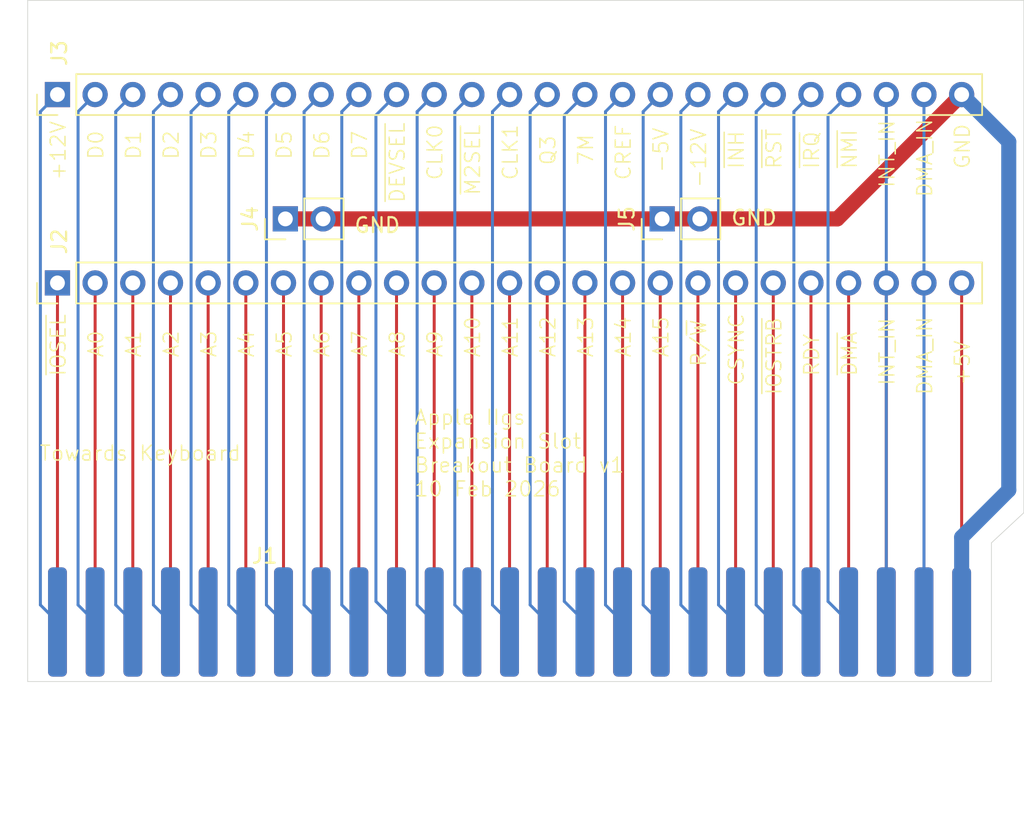
<source format=kicad_pcb>
(kicad_pcb (version 20241229) (generator "pcbnew") (generator_version "9.0")
  (layers (0 "F.Cu" signal) (2 "B.Cu" signal) (13 "F.Paste" user) (15 "B.Paste" user) (5 "F.SilkS" user "F.Silkscreen") (7 "B.SilkS" user "B.Silkscreen") (1 "F.Mask" user) (3 "B.Mask" user) (25 "Edge.Cuts" user))
  (net 0 "")
  (net 1 "/A0")
  (net 2 "/CLK0")
  (net 3 "/-5V")
  (net 4 "/A2")
  (net 5 "/INT_IN")
  (net 6 "/CREF")
  (net 7 "/A9")
  (net 8 "/7M")
  (net 9 "/DMA_IN")
  (net 10 "GND")
  (net 11 "/~{M2SEL}")
  (net 12 "/+12V")
  (net 13 "/~{IOSEL}")
  (net 14 "/A5")
  (net 15 "/R{slash}~{W}")
  (net 16 "/A8")
  (net 17 "/~{DMA}")
  (net 18 "/A6")
  (net 19 "/A12")
  (net 20 "/D4")
  (net 21 "/D5")
  (net 22 "/D2")
  (net 23 "/D1")
  (net 24 "/D0")
  (net 25 "/A11")
  (net 26 "/+5V")
  (net 27 "/A4")
  (net 28 "/D7")
  (net 29 "/-12V")
  (net 30 "/CLK1")
  (net 31 "/~{IOSTRB}")
  (net 32 "/A15")
  (net 33 "/A1")
  (net 34 "/A3")
  (net 35 "/A13")
  (net 36 "/~{DEVSEL}")
  (net 37 "/~{NMI}")
  (net 38 "/A14")
  (net 39 "/RDY")
  (net 40 "/~{RST}")
  (net 41 "/~{INH}")
  (net 42 "/CSYNC")
  (net 43 "/D3")
  (net 44 "/D6")
  (net 45 "/Q3")
  (net 46 "/~{IRQ}")
  (net 47 "/A10")
  (net 48 "/A7")
  (footprint "Connector_PinHeader_2.54mm:PinHeader_1x25_P2.54mm_Vertical" (layer "F.Cu") (at 57.785 69.85 90)
    (property "Reference" "J2" (at 2.794 0.127 90) (layer "F.SilkS"))
    (property "Value" "Conn_01x25")
    (fp_line (start -1.38 -1.38) (end 0 -1.38) (stroke (width 0.12)) (layer "F.SilkS"))
    (fp_line (start -1.38 0) (end -1.38 -1.38) (stroke (width 0.12)) (layer "F.SilkS"))
    (fp_line (start 1.38 1.27) (end 1.38 62.34) (stroke (width 0.12)) (layer "F.SilkS"))
    (fp_line (start -1.38 1.27) (end 1.38 1.27) (stroke (width 0.12)) (layer "F.SilkS"))
    (fp_line (start -1.38 1.27) (end -1.38 62.34) (stroke (width 0.12)) (layer "F.SilkS"))
    (fp_line (start -1.38 62.34) (end 1.38 62.34) (stroke (width 0.12)) (layer "F.SilkS"))
    (pad "1" thru_hole rect (at 0 0 90) (size 1.7 1.7) (drill 1) (layers "*.Cu" "*.Mask") (net 13 "/~{IOSEL}"))
    (pad "2" thru_hole circle (at 0 2.54 90) (size 1.7 1.7) (drill 1) (layers "*.Cu" "*.Mask") (net 1 "/A0"))
    (pad "3" thru_hole circle (at 0 5.08 90) (size 1.7 1.7) (drill 1) (layers "*.Cu" "*.Mask") (net 33 "/A1"))
    (pad "4" thru_hole circle (at 0 7.62 90) (size 1.7 1.7) (drill 1) (layers "*.Cu" "*.Mask") (net 4 "/A2"))
    (pad "5" thru_hole circle (at 0 10.16 90) (size 1.7 1.7) (drill 1) (layers "*.Cu" "*.Mask") (net 34 "/A3"))
    (pad "6" thru_hole circle (at 0 12.7 90) (size 1.7 1.7) (drill 1) (layers "*.Cu" "*.Mask") (net 27 "/A4"))
    (pad "7" thru_hole circle (at 0 15.24 90) (size 1.7 1.7) (drill 1) (layers "*.Cu" "*.Mask") (net 14 "/A5"))
    (pad "8" thru_hole circle (at 0 17.78 90) (size 1.7 1.7) (drill 1) (layers "*.Cu" "*.Mask") (net 18 "/A6"))
    (pad "9" thru_hole circle (at 0 20.32 90) (size 1.7 1.7) (drill 1) (layers "*.Cu" "*.Mask") (net 48 "/A7"))
    (pad "10" thru_hole circle (at 0 22.86 90) (size 1.7 1.7) (drill 1) (layers "*.Cu" "*.Mask") (net 16 "/A8"))
    (pad "11" thru_hole circle (at 0 25.4 90) (size 1.7 1.7) (drill 1) (layers "*.Cu" "*.Mask") (net 7 "/A9"))
    (pad "12" thru_hole circle (at 0 27.94 90) (size 1.7 1.7) (drill 1) (layers "*.Cu" "*.Mask") (net 47 "/A10"))
    (pad "13" thru_hole circle (at 0 30.48 90) (size 1.7 1.7) (drill 1) (layers "*.Cu" "*.Mask") (net 25 "/A11"))
    (pad "14" thru_hole circle (at 0 33.02 90) (size 1.7 1.7) (drill 1) (layers "*.Cu" "*.Mask") (net 19 "/A12"))
    (pad "15" thru_hole circle (at 0 35.56 90) (size 1.7 1.7) (drill 1) (layers "*.Cu" "*.Mask") (net 35 "/A13"))
    (pad "16" thru_hole circle (at 0 38.1 90) (size 1.7 1.7) (drill 1) (layers "*.Cu" "*.Mask") (net 38 "/A14"))
    (pad "17" thru_hole circle (at 0 40.64 90) (size 1.7 1.7) (drill 1) (layers "*.Cu" "*.Mask") (net 32 "/A15"))
    (pad "18" thru_hole circle (at 0 43.18 90) (size 1.7 1.7) (drill 1) (layers "*.Cu" "*.Mask") (net 15 "/R{slash}~{W}"))
    (pad "19" thru_hole circle (at 0 45.72 90) (size 1.7 1.7) (drill 1) (layers "*.Cu" "*.Mask") (net 42 "/CSYNC"))
    (pad "20" thru_hole circle (at 0 48.26 90) (size 1.7 1.7) (drill 1) (layers "*.Cu" "*.Mask") (net 31 "/~{IOSTRB}"))
    (pad "21" thru_hole circle (at 0 50.8 90) (size 1.7 1.7) (drill 1) (layers "*.Cu" "*.Mask") (net 39 "/RDY"))
    (pad "22" thru_hole circle (at 0 53.34 90) (size 1.7 1.7) (drill 1) (layers "*.Cu" "*.Mask") (net 17 "/~{DMA}"))
    (pad "23" thru_hole circle (at 0 55.88 90) (size 1.7 1.7) (drill 1) (layers "*.Cu" "*.Mask") (net 5 "/INT_IN"))
    (pad "24" thru_hole circle (at 0 58.42 90) (size 1.7 1.7) (drill 1) (layers "*.Cu" "*.Mask") (net 9 "/DMA_IN"))
    (pad "25" thru_hole circle (at 0 60.96 90) (size 1.7 1.7) (drill 1) (layers "*.Cu" "*.Mask") (net 26 "/+5V"))
  )
  (footprint "Apple2:Apple II Expansion Edge Connector" (layer "F.Cu") (at 71.755 87.757)
    (property "Reference" "J1" (at 0 0.5 0) (layer "F.SilkS"))
    (property "Value" "Conn_02x25_Counter_Clockwise")
    (pad "1" connect roundrect (at -13.97 4.953) (size 1.27 7.366) (layers "F.Cu" "F.Mask") (net 13 "/~{IOSEL}"))
    (pad "2" connect roundrect (at -11.43 4.953) (size 1.27 7.366) (layers "F.Cu" "F.Mask") (net 1 "/A0"))
    (pad "3" connect roundrect (at -8.89 4.953) (size 1.27 7.366) (layers "F.Cu" "F.Mask") (net 33 "/A1"))
    (pad "4" connect roundrect (at -6.35 4.953) (size 1.27 7.366) (layers "F.Cu" "F.Mask") (net 4 "/A2"))
    (pad "5" connect roundrect (at -3.81 4.953) (size 1.27 7.366) (layers "F.Cu" "F.Mask") (net 34 "/A3"))
    (pad "6" connect roundrect (at -1.27 4.953) (size 1.27 7.366) (layers "F.Cu" "F.Mask") (net 27 "/A4"))
    (pad "7" connect roundrect (at 1.27 4.953) (size 1.27 7.366) (layers "F.Cu" "F.Mask") (net 14 "/A5"))
    (pad "8" connect roundrect (at 3.81 4.953) (size 1.27 7.366) (layers "F.Cu" "F.Mask") (net 18 "/A6"))
    (pad "9" connect roundrect (at 6.35 4.953) (size 1.27 7.366) (layers "F.Cu" "F.Mask") (net 48 "/A7"))
    (pad "10" connect roundrect (at 8.89 4.953) (size 1.27 7.366) (layers "F.Cu" "F.Mask") (net 16 "/A8"))
    (pad "11" connect roundrect (at 11.43 4.953) (size 1.27 7.366) (layers "F.Cu" "F.Mask") (net 7 "/A9"))
    (pad "12" connect roundrect (at 13.97 4.953) (size 1.27 7.366) (layers "F.Cu" "F.Mask") (net 47 "/A10"))
    (pad "13" connect roundrect (at 16.51 4.953) (size 1.27 7.366) (layers "F.Cu" "F.Mask") (net 25 "/A11"))
    (pad "14" connect roundrect (at 19.05 4.953) (size 1.27 7.366) (layers "F.Cu" "F.Mask") (net 19 "/A12"))
    (pad "15" connect roundrect (at 21.59 4.953) (size 1.27 7.366) (layers "F.Cu" "F.Mask") (net 35 "/A13"))
    (pad "16" connect roundrect (at 24.13 4.953) (size 1.27 7.366) (layers "F.Cu" "F.Mask") (net 38 "/A14"))
    (pad "17" connect roundrect (at 26.67 4.953) (size 1.27 7.366) (layers "F.Cu" "F.Mask") (net 32 "/A15"))
    (pad "18" connect roundrect (at 29.21 4.953) (size 1.27 7.366) (layers "F.Cu" "F.Mask") (net 15 "/R{slash}~{W}"))
    (pad "19" connect roundrect (at 31.75 4.953) (size 1.27 7.366) (layers "F.Cu" "F.Mask") (net 42 "/CSYNC"))
    (pad "20" connect roundrect (at 34.29 4.953) (size 1.27 7.366) (layers "F.Cu" "F.Mask") (net 31 "/~{IOSTRB}"))
    (pad "21" connect roundrect (at 36.83 4.953) (size 1.27 7.366) (layers "F.Cu" "F.Mask") (net 39 "/RDY"))
    (pad "22" connect roundrect (at 39.37 4.953) (size 1.27 7.366) (layers "F.Cu" "F.Mask") (net 17 "/~{DMA}"))
    (pad "23" connect roundrect (at 41.91 4.953) (size 1.27 7.366) (layers "F.Cu" "F.Mask") (net 5 "/INT_IN"))
    (pad "24" connect roundrect (at 44.45 4.953) (size 1.27 7.366) (layers "F.Cu" "F.Mask") (net 9 "/DMA_IN"))
    (pad "25" connect roundrect (at 46.99 4.953) (size 1.27 7.366) (layers "F.Cu" "F.Mask") (net 26 "/+5V"))
    (pad "26" connect roundrect (at 46.99 4.953) (size 1.27 7.366) (layers "B.Cu" "B.Mask") (net 10 "GND"))
    (pad "27" connect roundrect (at 44.45 4.953) (size 1.27 7.366) (layers "B.Cu" "B.Mask") (net 9 "/DMA_IN"))
    (pad "28" connect roundrect (at 41.91 4.953) (size 1.27 7.366) (layers "B.Cu" "B.Mask") (net 5 "/INT_IN"))
    (pad "29" connect roundrect (at 39.37 4.953) (size 1.27 7.366) (layers "B.Cu" "B.Mask") (net 37 "/~{NMI}"))
    (pad "30" connect roundrect (at 36.83 4.953) (size 1.27 7.366) (layers "B.Cu" "B.Mask") (net 46 "/~{IRQ}"))
    (pad "31" connect roundrect (at 34.29 4.953) (size 1.27 7.366) (layers "B.Cu" "B.Mask") (net 40 "/~{RST}"))
    (pad "32" connect roundrect (at 31.75 4.953) (size 1.27 7.366) (layers "B.Cu" "B.Mask") (net 41 "/~{INH}"))
    (pad "33" connect roundrect (at 29.21 4.953) (size 1.27 7.366) (layers "B.Cu" "B.Mask") (net 29 "/-12V"))
    (pad "34" connect roundrect (at 26.67 4.953) (size 1.27 7.366) (layers "B.Cu" "B.Mask") (net 3 "/-5V"))
    (pad "35" connect roundrect (at 24.13 4.953) (size 1.27 7.366) (layers "B.Cu" "B.Mask") (net 6 "/CREF"))
    (pad "36" connect roundrect (at 21.59 4.953) (size 1.27 7.366) (layers "B.Cu" "B.Mask") (net 8 "/7M"))
    (pad "37" connect roundrect (at 19.05 4.953) (size 1.27 7.366) (layers "B.Cu" "B.Mask") (net 45 "/Q3"))
    (pad "38" connect roundrect (at 16.51 4.953) (size 1.27 7.366) (layers "B.Cu" "B.Mask") (net 30 "/CLK1"))
    (pad "39" connect roundrect (at 13.97 4.953) (size 1.27 7.366) (layers "B.Cu" "B.Mask") (net 11 "/~{M2SEL}"))
    (pad "40" connect roundrect (at 11.43 4.953) (size 1.27 7.366) (layers "B.Cu" "B.Mask") (net 2 "/CLK0"))
    (pad "41" connect roundrect (at 8.89 4.953) (size 1.27 7.366) (layers "B.Cu" "B.Mask") (net 36 "/~{DEVSEL}"))
    (pad "42" connect roundrect (at 6.35 4.953) (size 1.27 7.366) (layers "B.Cu" "B.Mask") (net 28 "/D7"))
    (pad "43" connect roundrect (at 3.81 4.953) (size 1.27 7.366) (layers "B.Cu" "B.Mask") (net 44 "/D6"))
    (pad "44" connect roundrect (at 1.27 4.953) (size 1.27 7.366) (layers "B.Cu" "B.Mask") (net 21 "/D5"))
    (pad "45" connect roundrect (at -1.27 4.953) (size 1.27 7.366) (layers "B.Cu" "B.Mask") (net 20 "/D4"))
    (pad "46" connect roundrect (at -3.81 4.953) (size 1.27 7.366) (layers "B.Cu" "B.Mask") (net 43 "/D3"))
    (pad "47" connect roundrect (at -6.35 4.953) (size 1.27 7.366) (layers "B.Cu" "B.Mask") (net 22 "/D2"))
    (pad "48" connect roundrect (at -8.89 4.953) (size 1.27 7.366) (layers "B.Cu" "B.Mask") (net 23 "/D1"))
    (pad "49" connect roundrect (at -11.43 4.953) (size 1.27 7.366) (layers "B.Cu" "B.Mask") (net 24 "/D0"))
    (pad "50" connect roundrect (at -13.97 4.953) (size 1.27 7.366) (layers "B.Cu" "B.Mask") (net 12 "/+12V"))
  )
  (footprint "Connector_PinHeader_2.54mm:PinHeader_1x02_P2.54mm_Vertical" (layer "F.Cu") (at 98.552 65.532 90)
    (property "Reference" "J5" (at 0 -2.38 90) (layer "F.SilkS"))
    (property "Value" "Conn_01x02")
    (fp_line (start -1.38 -1.38) (end 0 -1.38) (stroke (width 0.12)) (layer "F.SilkS"))
    (fp_line (start -1.38 0) (end -1.38 -1.38) (stroke (width 0.12)) (layer "F.SilkS"))
    (fp_line (start 1.38 1.27) (end 1.38 3.92) (stroke (width 0.12)) (layer "F.SilkS"))
    (fp_line (start -1.38 1.27) (end 1.38 1.27) (stroke (width 0.12)) (layer "F.SilkS"))
    (fp_line (start -1.38 1.27) (end -1.38 3.92) (stroke (width 0.12)) (layer "F.SilkS"))
    (fp_line (start -1.38 3.92) (end 1.38 3.92) (stroke (width 0.12)) (layer "F.SilkS"))
    (pad "1" thru_hole rect (at 0 0 90) (size 1.7 1.7) (drill 1) (layers "*.Cu" "*.Mask") (net 10 "GND"))
    (pad "2" thru_hole circle (at 0 2.54 90) (size 1.7 1.7) (drill 1) (layers "*.Cu" "*.Mask") (net 10 "GND"))
  )
  (footprint "Connector_PinHeader_2.54mm:PinHeader_1x25_P2.54mm_Vertical" (layer "F.Cu") (at 57.785 57.15 90)
    (property "Reference" "J3" (at 2.794 0.127 90) (layer "F.SilkS"))
    (property "Value" "Conn_01x25")
    (fp_line (start -1.38 -1.38) (end 0 -1.38) (stroke (width 0.12)) (layer "F.SilkS"))
    (fp_line (start -1.38 0) (end -1.38 -1.38) (stroke (width 0.12)) (layer "F.SilkS"))
    (fp_line (start 1.38 1.27) (end 1.38 62.34) (stroke (width 0.12)) (layer "F.SilkS"))
    (fp_line (start -1.38 1.27) (end 1.38 1.27) (stroke (width 0.12)) (layer "F.SilkS"))
    (fp_line (start -1.38 1.27) (end -1.38 62.34) (stroke (width 0.12)) (layer "F.SilkS"))
    (fp_line (start -1.38 62.34) (end 1.38 62.34) (stroke (width 0.12)) (layer "F.SilkS"))
    (pad "1" thru_hole rect (at 0 0 90) (size 1.7 1.7) (drill 1) (layers "*.Cu" "*.Mask") (net 12 "/+12V"))
    (pad "2" thru_hole circle (at 0 2.54 90) (size 1.7 1.7) (drill 1) (layers "*.Cu" "*.Mask") (net 24 "/D0"))
    (pad "3" thru_hole circle (at 0 5.08 90) (size 1.7 1.7) (drill 1) (layers "*.Cu" "*.Mask") (net 23 "/D1"))
    (pad "4" thru_hole circle (at 0 7.62 90) (size 1.7 1.7) (drill 1) (layers "*.Cu" "*.Mask") (net 22 "/D2"))
    (pad "5" thru_hole circle (at 0 10.16 90) (size 1.7 1.7) (drill 1) (layers "*.Cu" "*.Mask") (net 43 "/D3"))
    (pad "6" thru_hole circle (at 0 12.7 90) (size 1.7 1.7) (drill 1) (layers "*.Cu" "*.Mask") (net 20 "/D4"))
    (pad "7" thru_hole circle (at 0 15.24 90) (size 1.7 1.7) (drill 1) (layers "*.Cu" "*.Mask") (net 21 "/D5"))
    (pad "8" thru_hole circle (at 0 17.78 90) (size 1.7 1.7) (drill 1) (layers "*.Cu" "*.Mask") (net 44 "/D6"))
    (pad "9" thru_hole circle (at 0 20.32 90) (size 1.7 1.7) (drill 1) (layers "*.Cu" "*.Mask") (net 28 "/D7"))
    (pad "10" thru_hole circle (at 0 22.86 90) (size 1.7 1.7) (drill 1) (layers "*.Cu" "*.Mask") (net 36 "/~{DEVSEL}"))
    (pad "11" thru_hole circle (at 0 25.4 90) (size 1.7 1.7) (drill 1) (layers "*.Cu" "*.Mask") (net 2 "/CLK0"))
    (pad "12" thru_hole circle (at 0 27.94 90) (size 1.7 1.7) (drill 1) (layers "*.Cu" "*.Mask") (net 11 "/~{M2SEL}"))
    (pad "13" thru_hole circle (at 0 30.48 90) (size 1.7 1.7) (drill 1) (layers "*.Cu" "*.Mask") (net 30 "/CLK1"))
    (pad "14" thru_hole circle (at 0 33.02 90) (size 1.7 1.7) (drill 1) (layers "*.Cu" "*.Mask") (net 45 "/Q3"))
    (pad "15" thru_hole circle (at 0 35.56 90) (size 1.7 1.7) (drill 1) (layers "*.Cu" "*.Mask") (net 8 "/7M"))
    (pad "16" thru_hole circle (at 0 38.1 90) (size 1.7 1.7) (drill 1) (layers "*.Cu" "*.Mask") (net 6 "/CREF"))
    (pad "17" thru_hole circle (at 0 40.64 90) (size 1.7 1.7) (drill 1) (layers "*.Cu" "*.Mask") (net 3 "/-5V"))
    (pad "18" thru_hole circle (at 0 43.18 90) (size 1.7 1.7) (drill 1) (layers "*.Cu" "*.Mask") (net 29 "/-12V"))
    (pad "19" thru_hole circle (at 0 45.72 90) (size 1.7 1.7) (drill 1) (layers "*.Cu" "*.Mask") (net 41 "/~{INH}"))
    (pad "20" thru_hole circle (at 0 48.26 90) (size 1.7 1.7) (drill 1) (layers "*.Cu" "*.Mask") (net 40 "/~{RST}"))
    (pad "21" thru_hole circle (at 0 50.8 90) (size 1.7 1.7) (drill 1) (layers "*.Cu" "*.Mask") (net 46 "/~{IRQ}"))
    (pad "22" thru_hole circle (at 0 53.34 90) (size 1.7 1.7) (drill 1) (layers "*.Cu" "*.Mask") (net 37 "/~{NMI}"))
    (pad "23" thru_hole circle (at 0 55.88 90) (size 1.7 1.7) (drill 1) (layers "*.Cu" "*.Mask") (net 5 "/INT_IN"))
    (pad "24" thru_hole circle (at 0 58.42 90) (size 1.7 1.7) (drill 1) (layers "*.Cu" "*.Mask") (net 9 "/DMA_IN"))
    (pad "25" thru_hole circle (at 0 60.96 90) (size 1.7 1.7) (drill 1) (layers "*.Cu" "*.Mask") (net 10 "GND"))
  )
  (footprint "Connector_PinHeader_2.54mm:PinHeader_1x02_P2.54mm_Vertical" (layer "F.Cu") (at 73.152 65.532 90)
    (property "Reference" "J4" (at 0 -2.38 90) (layer "F.SilkS"))
    (property "Value" "Conn_01x02")
    (fp_line (start -1.38 -1.38) (end 0 -1.38) (stroke (width 0.12)) (layer "F.SilkS"))
    (fp_line (start -1.38 0) (end -1.38 -1.38) (stroke (width 0.12)) (layer "F.SilkS"))
    (fp_line (start 1.38 1.27) (end 1.38 3.92) (stroke (width 0.12)) (layer "F.SilkS"))
    (fp_line (start -1.38 1.27) (end 1.38 1.27) (stroke (width 0.12)) (layer "F.SilkS"))
    (fp_line (start -1.38 1.27) (end -1.38 3.92) (stroke (width 0.12)) (layer "F.SilkS"))
    (fp_line (start -1.38 3.92) (end 1.38 3.92) (stroke (width 0.12)) (layer "F.SilkS"))
    (pad "1" thru_hole rect (at 0 0 90) (size 1.7 1.7) (drill 1) (layers "*.Cu" "*.Mask") (net 10 "GND"))
    (pad "2" thru_hole circle (at 0 2.54 90) (size 1.7 1.7) (drill 1) (layers "*.Cu" "*.Mask") (net 10 "GND"))
  )
  (gr_line (start 120.7516 87.376) (end 122.936 85.344) (stroke (width 0.05)) (layer "Edge.Cuts"))
  (gr_line (start 122.936 50.8) (end 55.7784 50.8) (stroke (width 0.05)) (layer "Edge.Cuts"))
  (gr_line (start 120.7516 96.7232) (end 120.7516 87.376) (stroke (width 0.05)) (layer "Edge.Cuts"))
  (gr_line (start 55.7784 96.7232) (end 120.7516 96.7232) (stroke (width 0.05)) (layer "Edge.Cuts"))
  (gr_line (start 55.7784 50.8) (end 55.7784 96.7232) (stroke (width 0.05)) (layer "Edge.Cuts"))
  (gr_line (start 122.936 85.344) (end 122.936 50.8) (stroke (width 0.05)) (layer "Edge.Cuts"))
  (gr_text "A3" (at 68.58 74.93 90) (layer "F.SilkS") (effects (font (size 1 1) (thickness 0.1)) (justify left bottom)))
  (gr_text "A6" (at 76.2 74.93 90) (layer "F.SilkS") (effects (font (size 1 1) (thickness 0.1)) (justify left bottom)))
  (gr_text "A15" (at 99.06 74.93 90) (layer "F.SilkS") (effects (font (size 1 1) (thickness 0.1)) (justify left bottom)))
  (gr_text "GND" (at 77.724 66.548 0) (layer "F.SilkS") (effects (font (size 1 1)) (justify left bottom)))
  (gr_text "~{IOSTRB}" (at 106.68 77.47 90) (layer "F.SilkS") (effects (font (size 1 1) (thickness 0.1)) (justify left bottom)))
  (gr_text "~{RST}" (at 106.68 62.23 90) (layer "F.SilkS") (effects (font (size 1 1) (thickness 0.1)) (justify left bottom)))
  (gr_text "A0" (at 60.96 74.93 90) (layer "F.SilkS") (effects (font (size 1 1) (thickness 0.1)) (justify left bottom)))
  (gr_text "D2" (at 66.04 61.595 90) (layer "F.SilkS") (effects (font (size 1 1) (thickness 0.1)) (justify left bottom)))
  (gr_text "GND" (at 103.124 66.04 0) (layer "F.SilkS") (effects (font (size 1 1)) (justify left bottom)))
  (gr_text "D5" (at 73.66 61.595 90) (layer "F.SilkS") (effects (font (size 1 1) (thickness 0.1)) (justify left bottom)))
  (gr_text "RDY" (at 109.22 76.2 90) (layer "F.SilkS") (effects (font (size 1 1) (thickness 0.1)) (justify left bottom)))
  (gr_text "Towards Keyboard" (at 56.515 81.915 0) (layer "F.SilkS") (effects (font (size 1 1) (thickness 0.1)) (justify left bottom)))
  (gr_text "~{M2SEL}" (at 86.36 64.008 90) (layer "F.SilkS") (effects (font (size 1 1) (thickness 0.1)) (justify left bottom)))
  (gr_text "A1" (at 63.5 74.93 90) (layer "F.SilkS") (effects (font (size 1 1) (thickness 0.1)) (justify left bottom)))
  (gr_text "+12V" (at 58.42 62.992 90) (layer "F.SilkS") (effects (font (size 1 1) (thickness 0.1)) (justify left bottom)))
  (gr_text "A7" (at 78.74 74.93 90) (layer "F.SilkS") (effects (font (size 1 1) (thickness 0.1)) (justify left bottom)))
  (gr_text "R/~{W}" (at 101.6 75.565 90) (layer "F.SilkS") (effects (font (size 1 1) (thickness 0.1)) (justify left bottom)))
  (gr_text "~{INH}" (at 104.14 62.23 90) (layer "F.SilkS") (effects (font (size 1 1) (thickness 0.1)) (justify left bottom)))
  (gr_text "A2" (at 66.04 74.93 90) (layer "F.SilkS") (effects (font (size 1 1) (thickness 0.1)) (justify left bottom)))
  (gr_text "D7" (at 78.74 61.595 90) (layer "F.SilkS") (effects (font (size 1 1) (thickness 0.1)) (justify left bottom)))
  (gr_text "INT_IN" (at 114.3 63.5 90) (layer "F.SilkS") (effects (font (size 1 1) (thickness 0.1)) (justify left bottom)))
  (gr_text "-5V" (at 99.06 62.484 90) (layer "F.SilkS") (effects (font (size 1 1) (thickness 0.1)) (justify left bottom)))
  (gr_text "CSYNC" (at 104.14 76.835 90) (layer "F.SilkS") (effects (font (size 1 1) (thickness 0.1)) (justify left bottom)))
  (gr_text "A11" (at 88.9 74.93 90) (layer "F.SilkS") (effects (font (size 1 1) (thickness 0.1)) (justify left bottom)))
  (gr_text "A12" (at 91.44 74.93 90) (layer "F.SilkS") (effects (font (size 1 1) (thickness 0.1)) (justify left bottom)))
  (gr_text "GND" (at 119.38 62.23 90) (layer "F.SilkS") (effects (font (size 1 1) (thickness 0.1)) (justify left bottom)))
  (gr_text "D3" (at 68.58 61.595 90) (layer "F.SilkS") (effects (font (size 1 1) (thickness 0.1)) (justify left bottom)))
  (gr_text "-12V" (at 101.6 63.5 90) (layer "F.SilkS") (effects (font (size 1 1) (thickness 0.1)) (justify left bottom)))
  (gr_text "D6" (at 76.2 61.595 90) (layer "F.SilkS") (effects (font (size 1 1) (thickness 0.1)) (justify left bottom)))
  (gr_text "CLK1" (at 88.9 62.992 90) (layer "F.SilkS") (effects (font (size 1 1) (thickness 0.1)) (justify left bottom)))
  (gr_text "A13" (at 93.98 74.93 90) (layer "F.SilkS") (effects (font (size 1 1) (thickness 0.1)) (justify left bottom)))
  (gr_text "A5" (at 73.66 74.93 90) (layer "F.SilkS") (effects (font (size 1 1) (thickness 0.1)) (justify left bottom)))
  (gr_text "~{DEVSEL}" (at 81.28 64.516 90) (layer "F.SilkS") (effects (font (size 1 1) (thickness 0.1)) (justify left bottom)))
  (gr_text "A10" (at 86.36 74.93 90) (layer "F.SilkS") (effects (font (size 1 1) (thickness 0.1)) (justify left bottom)))
  (gr_text "~{NMI}" (at 111.76 62.23 90) (layer "F.SilkS") (effects (font (size 1 1) (thickness 0.1)) (justify left bottom)))
  (gr_text "Apple IIgs\nExpansion Slot\nBreakout Board v1\n10 Feb 2026" (at 81.788 84.328 0) (layer "F.SilkS") (effects (font (size 1 1) (thickness 0.1)) (justify left bottom)))
  (gr_text "~{IRQ}" (at 109.22 62.23 90) (layer "F.SilkS") (effects (font (size 1 1) (thickness 0.1)) (justify left bottom)))
  (gr_text "DMA_IN" (at 116.84 77.47 90) (layer "F.SilkS") (effects (font (size 1 1) (thickness 0.1)) (justify left bottom)))
  (gr_text "+5V" (at 119.38 76.835 90) (layer "F.SilkS") (effects (font (size 1 1) (thickness 0.1)) (justify left bottom)))
  (gr_text "A4" (at 71.12 74.93 90) (layer "F.SilkS") (effects (font (size 1 1) (thickness 0.1)) (justify left bottom)))
  (gr_text "A8" (at 81.28 74.93 90) (layer "F.SilkS") (effects (font (size 1 1) (thickness 0.1)) (justify left bottom)))
  (gr_text "A14" (at 96.52 74.93 90) (layer "F.SilkS") (effects (font (size 1 1) (thickness 0.1)) (justify left bottom)))
  (gr_text "D0" (at 60.96 61.595 90) (layer "F.SilkS") (effects (font (size 1 1) (thickness 0.1)) (justify left bottom)))
  (gr_text "DMA_IN" (at 116.84 64.135 90) (layer "F.SilkS") (effects (font (size 1 1) (thickness 0.1)) (justify left bottom)))
  (gr_text "Q3" (at 91.44 61.976 90) (layer "F.SilkS") (effects (font (size 1 1) (thickness 0.1)) (justify left bottom)))
  (gr_text "D1" (at 63.5 61.595 90) (layer "F.SilkS") (effects (font (size 1 1) (thickness 0.1)) (justify left bottom)))
  (gr_text "D4" (at 71.12 61.595 90) (layer "F.SilkS") (effects (font (size 1 1) (thickness 0.1)) (justify left bottom)))
  (gr_text "INT_IN" (at 114.3 76.835 90) (layer "F.SilkS") (effects (font (size 1 1) (thickness 0.1)) (justify left bottom)))
  (gr_text "~{DMA}" (at 111.76 76.2 90) (layer "F.SilkS") (effects (font (size 1 1) (thickness 0.1)) (justify left bottom)))
  (gr_text "CLK0" (at 83.82 62.992 90) (layer "F.SilkS") (effects (font (size 1 1) (thickness 0.1)) (justify left bottom)))
  (gr_text "A9" (at 83.82 74.93 90) (layer "F.SilkS") (effects (font (size 1 1) (thickness 0.1)) (justify left bottom)))
  (gr_text "CREF" (at 96.52 62.992 90) (layer "F.SilkS") (effects (font (size 1 1) (thickness 0.1)) (justify left bottom)))
  (gr_text "7M" (at 93.98 61.976 90) (layer "F.SilkS") (effects (font (size 1 1) (thickness 0.1)) (justify left bottom)))
  (gr_text "~{IOSEL}" (at 58.42 76.2 90) (layer "F.SilkS") (effects (font (size 1 1) (thickness 0.1)) (justify left bottom)))
  (segment (start 60.325 92.71) (end 60.325 69.85) (width 0.2) (layer "F.Cu") (net 1))
  (segment (start 82.034 58.301) (end 83.185 57.15) (width 0.2) (layer "B.Cu") (net 2))
  (segment (start 82.034 91.559) (end 82.034 58.301) (width 0.2) (layer "B.Cu") (net 2))
  (segment (start 83.185 92.71) (end 82.034 91.559) (width 0.2) (layer "B.Cu") (net 2))
  (segment (start 97.274 58.301) (end 98.425 57.15) (width 0.2) (layer "B.Cu") (net 3))
  (segment (start 98.425 92.71) (end 97.274 91.559) (width 0.2) (layer "B.Cu") (net 3))
  (segment (start 97.274 91.559) (end 97.274 58.301) (width 0.2) (layer "B.Cu") (net 3))
  (segment (start 65.405 92.71) (end 65.405 69.85) (width 0.2) (layer "F.Cu") (net 4))
  (segment (start 113.665 92.71) (end 113.665 69.85) (width 0.2) (layer "F.Cu") (net 5))
  (segment (start 113.665 92.71) (end 113.665 69.85) (width 0.2) (layer "B.Cu") (net 5))
  (segment (start 113.665 69.85) (end 113.665 57.15) (width 0.2) (layer "B.Cu") (net 5))
  (segment (start 94.734 58.301) (end 95.885 57.15) (width 0.2) (layer "B.Cu") (net 6))
  (segment (start 94.734 91.559) (end 94.734 58.301) (width 0.2) (layer "B.Cu") (net 6))
  (segment (start 95.885 92.71) (end 94.734 91.559) (width 0.2) (layer "B.Cu") (net 6))
  (segment (start 83.185 92.71) (end 83.185 69.85) (width 0.2) (layer "F.Cu") (net 7))
  (segment (start 91.956 58.539) (end 93.345 57.15) (width 0.2) (layer "B.Cu") (net 8))
  (segment (start 91.956 91.321) (end 91.956 58.539) (width 0.2) (layer "B.Cu") (net 8))
  (segment (start 93.345 92.71) (end 91.956 91.321) (width 0.2) (layer "B.Cu") (net 8))
  (segment (start 116.205 92.71) (end 116.205 69.85) (width 0.2) (layer "F.Cu") (net 9))
  (segment (start 116.205 92.71) (end 116.205 69.85) (width 0.2) (layer "B.Cu") (net 9))
  (segment (start 116.205 69.85) (end 116.205 57.15) (width 0.2) (layer "B.Cu") (net 9))
  (segment (start 118.745 57.15) (end 110.363 65.532) (width 1.016) (layer "F.Cu") (net 10))
  (segment (start 98.552 65.532) (end 75.692 65.532) (width 1.016) (layer "F.Cu") (net 10))
  (segment (start 75.692 65.532) (end 73.152 65.532) (width 1.016) (layer "F.Cu") (net 10))
  (segment (start 101.092 65.532) (end 98.552 65.532) (width 1.016) (layer "F.Cu") (net 10))
  (segment (start 110.363 65.532) (end 101.092 65.532) (width 1.016) (layer "F.Cu") (net 10))
  (segment (start 118.745 86.995) (end 121.92 83.82) (width 1.016) (layer "B.Cu") (net 10))
  (segment (start 121.92 83.82) (end 121.92 60.325) (width 1.016) (layer "B.Cu") (net 10))
  (segment (start 121.92 60.325) (end 118.745 57.15) (width 1.016) (layer "B.Cu") (net 10))
  (segment (start 118.745 92.71) (end 118.745 86.995) (width 1.016) (layer "B.Cu") (net 10))
  (segment (start 84.574 58.301) (end 85.725 57.15) (width 0.2) (layer "B.Cu") (net 11))
  (segment (start 85.725 92.71) (end 84.574 91.559) (width 0.2) (layer "B.Cu") (net 11))
  (segment (start 84.574 91.559) (end 84.574 58.301) (width 0.2) (layer "B.Cu") (net 11))
  (segment (start 56.634 58.301) (end 57.785 57.15) (width 0.2) (layer "B.Cu") (net 12))
  (segment (start 56.634 91.559) (end 56.634 58.301) (width 0.2) (layer "B.Cu") (net 12))
  (segment (start 57.785 92.71) (end 56.634 91.559) (width 0.2) (layer "B.Cu") (net 12))
  (segment (start 57.785 69.85) (end 57.785 92.71) (width 0.2) (layer "F.Cu") (net 13))
  (segment (start 73.025 92.71) (end 73.025 69.85) (width 0.2) (layer "F.Cu") (net 14))
  (segment (start 100.965 92.71) (end 100.965 69.85) (width 0.2) (layer "F.Cu") (net 15))
  (segment (start 80.645 92.71) (end 80.645 69.85) (width 0.2) (layer "F.Cu") (net 16))
  (segment (start 111.125 92.71) (end 111.125 69.85) (width 0.2) (layer "F.Cu") (net 17))
  (segment (start 75.565 92.71) (end 75.565 69.85) (width 0.2) (layer "F.Cu") (net 18))
  (segment (start 90.805 92.71) (end 90.805 69.85) (width 0.2) (layer "F.Cu") (net 19))
  (segment (start 69.334 91.559) (end 69.334 58.301) (width 0.2) (layer "B.Cu") (net 20))
  (segment (start 69.334 58.301) (end 70.485 57.15) (width 0.2) (layer "B.Cu") (net 20))
  (segment (start 70.485 92.71) (end 69.334 91.559) (width 0.2) (layer "B.Cu") (net 20))
  (segment (start 71.874 58.301) (end 73.025 57.15) (width 0.2) (layer "B.Cu") (net 21))
  (segment (start 73.025 92.71) (end 71.874 91.559) (width 0.2) (layer "B.Cu") (net 21))
  (segment (start 71.874 91.559) (end 71.874 58.301) (width 0.2) (layer "B.Cu") (net 21))
  (segment (start 64.254 91.559) (end 64.254 58.301) (width 0.2) (layer "B.Cu") (net 22))
  (segment (start 64.254 58.301) (end 65.405 57.15) (width 0.2) (layer "B.Cu") (net 22))
  (segment (start 65.405 92.71) (end 64.254 91.559) (width 0.2) (layer "B.Cu") (net 22))
  (segment (start 61.714 91.559) (end 61.714 58.301) (width 0.2) (layer "B.Cu") (net 23))
  (segment (start 62.865 92.71) (end 61.714 91.559) (width 0.2) (layer "B.Cu") (net 23))
  (segment (start 61.714 58.301) (end 62.865 57.15) (width 0.2) (layer "B.Cu") (net 23))
  (segment (start 60.325 92.71) (end 59.174 91.559) (width 0.2) (layer "B.Cu") (net 24))
  (segment (start 59.174 91.559) (end 59.174 58.301) (width 0.2) (layer "B.Cu") (net 24))
  (segment (start 59.174 58.301) (end 60.325 57.15) (width 0.2) (layer "B.Cu") (net 24))
  (segment (start 88.265 92.71) (end 88.265 69.85) (width 0.2) (layer "F.Cu") (net 25))
  (segment (start 118.745 92.71) (end 118.745 69.85) (width 0.2) (layer "F.Cu") (net 26))
  (segment (start 70.485 92.71) (end 70.485 69.85) (width 0.2) (layer "F.Cu") (net 27))
  (segment (start 78.105 92.71) (end 76.954 91.559) (width 0.2) (layer "B.Cu") (net 28))
  (segment (start 76.954 91.559) (end 76.954 58.301) (width 0.2) (layer "B.Cu") (net 28))
  (segment (start 76.954 58.301) (end 78.105 57.15) (width 0.2) (layer "B.Cu") (net 28))
  (segment (start 100.965 92.71) (end 99.814 91.559) (width 0.2) (layer "B.Cu") (net 29))
  (segment (start 99.814 58.301) (end 100.965 57.15) (width 0.2) (layer "B.Cu") (net 29))
  (segment (start 99.814 91.559) (end 99.814 58.301) (width 0.2) (layer "B.Cu") (net 29))
  (segment (start 87.114 58.301) (end 88.265 57.15) (width 0.2) (layer "B.Cu") (net 30))
  (segment (start 88.265 92.71) (end 87.114 91.559) (width 0.2) (layer "B.Cu") (net 30))
  (segment (start 87.114 91.559) (end 87.114 58.301) (width 0.2) (layer "B.Cu") (net 30))
  (segment (start 106.045 92.71) (end 106.045 69.85) (width 0.2) (layer "F.Cu") (net 31))
  (segment (start 98.425 92.71) (end 98.425 69.85) (width 0.2) (layer "F.Cu") (net 32))
  (segment (start 62.865 92.71) (end 62.865 69.85) (width 0.2) (layer "F.Cu") (net 33))
  (segment (start 67.945 92.71) (end 67.945 69.85) (width 0.2) (layer "F.Cu") (net 34))
  (segment (start 93.345 92.71) (end 93.345 69.85) (width 0.2) (layer "F.Cu") (net 35))
  (segment (start 79.256 91.321) (end 79.256 58.539) (width 0.2) (layer "B.Cu") (net 36))
  (segment (start 79.256 58.539) (end 80.645 57.15) (width 0.2) (layer "B.Cu") (net 36))
  (segment (start 80.645 92.71) (end 79.256 91.321) (width 0.2) (layer "B.Cu") (net 36))
  (segment (start 111.125 57.15) (end 109.736 58.539) (width 0.2) (layer "B.Cu") (net 37))
  (segment (start 109.736 58.539) (end 109.736 91.321) (width 0.2) (layer "B.Cu") (net 37))
  (segment (start 109.736 91.321) (end 111.125 92.71) (width 0.2) (layer "B.Cu") (net 37))
  (segment (start 95.885 92.71) (end 95.885 69.85) (width 0.2) (layer "F.Cu") (net 38))
  (segment (start 108.585 92.71) (end 108.585 69.85) (width 0.2) (layer "F.Cu") (net 39))
  (segment (start 104.894 58.301) (end 106.045 57.15) (width 0.2) (layer "B.Cu") (net 40))
  (segment (start 104.894 91.559) (end 104.894 58.301) (width 0.2) (layer "B.Cu") (net 40))
  (segment (start 106.045 92.71) (end 104.894 91.559) (width 0.2) (layer "B.Cu") (net 40))
  (segment (start 102.354 58.301) (end 103.505 57.15) (width 0.2) (layer "B.Cu") (net 41))
  (segment (start 102.354 91.559) (end 102.354 58.301) (width 0.2) (layer "B.Cu") (net 41))
  (segment (start 103.505 92.71) (end 102.354 91.559) (width 0.2) (layer "B.Cu") (net 41))
  (segment (start 103.505 92.71) (end 103.505 69.85) (width 0.2) (layer "F.Cu") (net 42))
  (segment (start 66.794 91.559) (end 66.794 58.301) (width 0.2) (layer "B.Cu") (net 43))
  (segment (start 67.945 92.71) (end 66.794 91.559) (width 0.2) (layer "B.Cu") (net 43))
  (segment (start 66.794 58.301) (end 67.945 57.15) (width 0.2) (layer "B.Cu") (net 43))
  (segment (start 75.565 92.71) (end 74.414 91.559) (width 0.2) (layer "B.Cu") (net 44))
  (segment (start 74.414 58.301) (end 75.565 57.15) (width 0.2) (layer "B.Cu") (net 44))
  (segment (start 74.414 91.559) (end 74.414 58.301) (width 0.2) (layer "B.Cu") (net 44))
  (segment (start 90.805 92.71) (end 89.654 91.559) (width 0.2) (layer "B.Cu") (net 45))
  (segment (start 89.654 58.301) (end 90.805 57.15) (width 0.2) (layer "B.Cu") (net 45))
  (segment (start 89.654 91.559) (end 89.654 58.301) (width 0.2) (layer "B.Cu") (net 45))
  (segment (start 107.434 91.559) (end 107.434 58.301) (width 0.2) (layer "B.Cu") (net 46))
  (segment (start 108.585 92.71) (end 107.434 91.559) (width 0.2) (layer "B.Cu") (net 46))
  (segment (start 107.434 58.301) (end 108.585 57.15) (width 0.2) (layer "B.Cu") (net 46))
  (segment (start 85.725 92.71) (end 85.725 69.85) (width 0.2) (layer "F.Cu") (net 47))
  (segment (start 78.105 92.71) (end 78.105 69.85) (width 0.2) (layer "F.Cu") (net 48))
)
</source>
